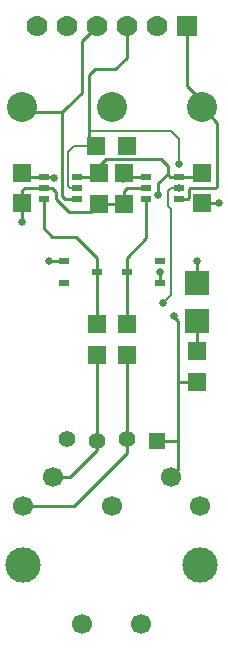
<source format=gbr>
G04 #@! TF.FileFunction,Copper,L1,Top,Signal*
%FSLAX46Y46*%
G04 Gerber Fmt 4.6, Leading zero omitted, Abs format (unit mm)*
G04 Created by KiCad (PCBNEW 4.0.6) date Tue Oct 10 10:25:47 2017*
%MOMM*%
%LPD*%
G01*
G04 APERTURE LIST*
%ADD10C,0.100000*%
%ADD11R,2.000000X2.000000*%
%ADD12R,1.600000X1.500000*%
%ADD13R,1.500000X1.600000*%
%ADD14C,2.540000*%
%ADD15C,1.700000*%
%ADD16C,3.000000*%
%ADD17C,1.397000*%
%ADD18R,1.397000X1.397000*%
%ADD19R,0.900000X0.600000*%
%ADD20R,1.701800X1.701800*%
%ADD21C,1.778000*%
%ADD22C,0.635000*%
%ADD23C,0.250000*%
%ADD24C,0.152400*%
G04 APERTURE END LIST*
D10*
D11*
X133477000Y-97485000D03*
X133477000Y-94285000D03*
D12*
X127538000Y-82677000D03*
X124938000Y-82677000D03*
D13*
X133477000Y-102646000D03*
X133477000Y-100046000D03*
X127508000Y-97760000D03*
X127508000Y-100360000D03*
X124968000Y-97760000D03*
X124968000Y-100360000D03*
D14*
X133858000Y-79375000D03*
X118618000Y-79375000D03*
X126238000Y-79375000D03*
D13*
X133921500Y-84933000D03*
X133921500Y-87533000D03*
D15*
X133738000Y-113190000D03*
X126238000Y-113190000D03*
X118738000Y-113190000D03*
X131238000Y-110690000D03*
X121238000Y-110690000D03*
X128738000Y-123190000D03*
X123738000Y-123190000D03*
D16*
X133738000Y-118190000D03*
X118738000Y-118190000D03*
D17*
X127508000Y-107508040D03*
X124968000Y-107629960D03*
D18*
X130048000Y-107629960D03*
D17*
X122428000Y-107508040D03*
D13*
X127317500Y-84996500D03*
X127317500Y-87596500D03*
D19*
X127505000Y-93345000D03*
X130305000Y-92395000D03*
X130305000Y-94295000D03*
X122171000Y-92395000D03*
X122171000Y-94295000D03*
X124971000Y-93345000D03*
D20*
X132588000Y-72517000D03*
D21*
X130048000Y-72517000D03*
X127508000Y-72517000D03*
X124968000Y-72517000D03*
X122428000Y-72517000D03*
X119888000Y-72517000D03*
D19*
X131956000Y-87183000D03*
X129156000Y-86233000D03*
X131956000Y-85283000D03*
X129156000Y-87183000D03*
X129156000Y-85283000D03*
X131956000Y-86233000D03*
X123320000Y-87183000D03*
X120520000Y-86233000D03*
X123320000Y-85283000D03*
X120520000Y-87183000D03*
X120520000Y-85283000D03*
X123320000Y-86233000D03*
D13*
X125158500Y-84996500D03*
X125158500Y-87596500D03*
X118681500Y-84933000D03*
X118681500Y-87533000D03*
D22*
X127190500Y-85471000D03*
X121348500Y-85407500D03*
X127538000Y-82677000D03*
X130302000Y-93345000D03*
X118681500Y-89090500D03*
X135318500Y-87503000D03*
X120967500Y-92392500D03*
X133477000Y-92456000D03*
X130175000Y-86868000D03*
X131508500Y-97091500D03*
X131956000Y-86233000D03*
X130619500Y-95948500D03*
X131956000Y-84204000D03*
D23*
X127190500Y-85471000D02*
X127317500Y-85344000D01*
X127317500Y-85344000D02*
X127317500Y-84996500D01*
X121224000Y-85283000D02*
X120520000Y-85283000D01*
X121348500Y-85407500D02*
X121224000Y-85283000D01*
X127476250Y-82615250D02*
X127538000Y-82677000D01*
X127538000Y-84776000D02*
X127317500Y-84996500D01*
X129156000Y-85283000D02*
X127604000Y-85283000D01*
X127604000Y-85283000D02*
X127317500Y-84996500D01*
X120520000Y-85283000D02*
X119031500Y-85283000D01*
X119031500Y-85283000D02*
X118681500Y-84933000D01*
X130305000Y-94295000D02*
X130305000Y-93348000D01*
X130305000Y-93348000D02*
X130302000Y-93345000D01*
X120520000Y-86233000D02*
X121158000Y-86233000D01*
X122618500Y-88265000D02*
X124490000Y-88265000D01*
X121539000Y-87185500D02*
X122618500Y-88265000D01*
X121539000Y-86614000D02*
X121539000Y-87185500D01*
X121158000Y-86233000D02*
X121539000Y-86614000D01*
X124490000Y-88265000D02*
X125158500Y-87596500D01*
X118681500Y-87533000D02*
X118681500Y-89090500D01*
X133921500Y-87533000D02*
X135288500Y-87533000D01*
X135288500Y-87533000D02*
X135318500Y-87503000D01*
X120520000Y-86233000D02*
X118872000Y-86233000D01*
X118681500Y-86423500D02*
X118681500Y-87533000D01*
X118872000Y-86233000D02*
X118681500Y-86423500D01*
X129156000Y-86233000D02*
X127571500Y-86233000D01*
X127317500Y-86487000D02*
X127317500Y-87596500D01*
X127571500Y-86233000D02*
X127317500Y-86487000D01*
X125158500Y-87596500D02*
X127317500Y-87596500D01*
X122171000Y-92395000D02*
X120970000Y-92395000D01*
X120970000Y-92395000D02*
X120967500Y-92392500D01*
X133477000Y-94285000D02*
X133477000Y-92456000D01*
X131956000Y-85283000D02*
X131193500Y-85283000D01*
X130968750Y-85058250D02*
X131000500Y-85058250D01*
X131193500Y-85283000D02*
X130968750Y-85058250D01*
X130175000Y-85915500D02*
X130175000Y-85852000D01*
X130175000Y-85852000D02*
X131000500Y-85026500D01*
X130175000Y-86868000D02*
X130175000Y-85915500D01*
X131000500Y-85058250D02*
X131000500Y-85026500D01*
X125730000Y-83820000D02*
X130429000Y-83820000D01*
X131000500Y-84391500D02*
X131000500Y-85058250D01*
X125158500Y-84391500D02*
X125730000Y-83820000D01*
X130429000Y-83820000D02*
X131000500Y-84391500D01*
X125158500Y-84996500D02*
X125158500Y-84391500D01*
X131956000Y-85283000D02*
X133571500Y-85283000D01*
X133571500Y-85283000D02*
X133921500Y-84933000D01*
X123320000Y-85283000D02*
X124872000Y-85283000D01*
X124872000Y-85283000D02*
X125158500Y-84996500D01*
X133477000Y-102646000D02*
X131826000Y-102646000D01*
X131826000Y-102646000D02*
X131826000Y-102743000D01*
X130048000Y-107629960D02*
X131826000Y-107629960D01*
X131826000Y-107629960D02*
X131826000Y-107569000D01*
X131826000Y-104775000D02*
X131826000Y-102743000D01*
X131826000Y-102743000D02*
X131826000Y-97536000D01*
X131572000Y-97282000D02*
X131826000Y-97536000D01*
X131572000Y-97155000D02*
X131572000Y-97282000D01*
X131572000Y-97155000D02*
X131508500Y-97091500D01*
X131826000Y-105283000D02*
X131826000Y-104775000D01*
X131826000Y-107569000D02*
X131826000Y-105283000D01*
X131826000Y-110102000D02*
X131826000Y-107569000D01*
X131826000Y-110102000D02*
X131238000Y-110690000D01*
X133477000Y-97485000D02*
X133477000Y-100046000D01*
X131956000Y-87183000D02*
X132717500Y-87183000D01*
X135191500Y-80708500D02*
X133858000Y-79375000D01*
X135191500Y-86106000D02*
X135191500Y-80708500D01*
X135064500Y-86233000D02*
X135191500Y-86106000D01*
X132905500Y-86233000D02*
X135064500Y-86233000D01*
X132778500Y-86360000D02*
X132905500Y-86233000D01*
X132778500Y-87122000D02*
X132778500Y-86360000D01*
X132717500Y-87183000D02*
X132778500Y-87122000D01*
X133858000Y-79375000D02*
X133858000Y-78867000D01*
X133858000Y-78867000D02*
X132588000Y-77597000D01*
X132588000Y-77597000D02*
X132588000Y-72517000D01*
X122047000Y-79819500D02*
X119062500Y-79819500D01*
X119062500Y-79819500D02*
X118618000Y-79375000D01*
X123320000Y-87183000D02*
X122298500Y-87183000D01*
X122047000Y-79819500D02*
X122491500Y-79375000D01*
X122047000Y-86931500D02*
X122047000Y-79819500D01*
X122298500Y-87183000D02*
X122047000Y-86931500D01*
X123698000Y-73787000D02*
X124968000Y-72517000D01*
X123698000Y-78168500D02*
X123698000Y-73787000D01*
X122491500Y-79375000D02*
X123698000Y-78168500D01*
X118618000Y-79375000D02*
X118618000Y-78867000D01*
X127508000Y-107508040D02*
X127508000Y-100360000D01*
X118738000Y-113190000D02*
X123030000Y-113190000D01*
X127508000Y-108712000D02*
X127508000Y-107508040D01*
X123030000Y-113190000D02*
X127508000Y-108712000D01*
X118832000Y-113284000D02*
X118738000Y-113190000D01*
X127127000Y-100741000D02*
X127508000Y-100360000D01*
X124968000Y-100360000D02*
X124968000Y-107629960D01*
X121238000Y-110690000D02*
X122736000Y-110690000D01*
X122736000Y-110690000D02*
X124968000Y-108458000D01*
X124968000Y-108458000D02*
X124968000Y-107629960D01*
X121238000Y-110690000D02*
X120469000Y-110690000D01*
X125349000Y-100741000D02*
X124968000Y-100360000D01*
D24*
X131956000Y-86233000D02*
X131254500Y-86233000D01*
X131254500Y-95313500D02*
X130619500Y-95948500D01*
X131254500Y-88011000D02*
X131254500Y-95313500D01*
X131000500Y-87757000D02*
X131254500Y-88011000D01*
X131000500Y-86487000D02*
X131000500Y-87757000D01*
X131254500Y-86233000D02*
X131000500Y-86487000D01*
X124523500Y-81407000D02*
X124333000Y-81597500D01*
X124396500Y-81470500D02*
X124333000Y-81470500D01*
X124333000Y-81534000D02*
X124396500Y-81470500D01*
X124333000Y-81597500D02*
X124333000Y-81534000D01*
X131956000Y-82743500D02*
X131956000Y-82108500D01*
X131956000Y-84204000D02*
X131956000Y-82743500D01*
X124523500Y-81407000D02*
X124333000Y-81216500D01*
X131254500Y-81407000D02*
X124523500Y-81407000D01*
X131956000Y-82108500D02*
X131254500Y-81407000D01*
X131956000Y-84204000D02*
X131953000Y-84201000D01*
X123320000Y-86233000D02*
X122682000Y-86233000D01*
X123063000Y-82677000D02*
X124938000Y-82677000D01*
X122555000Y-83185000D02*
X123063000Y-82677000D01*
X122555000Y-86106000D02*
X122555000Y-83185000D01*
X122682000Y-86233000D02*
X122555000Y-86106000D01*
X124333000Y-81724500D02*
X124333000Y-82072000D01*
X124333000Y-82072000D02*
X124938000Y-82677000D01*
D23*
X127508000Y-72517000D02*
X127508000Y-75247500D01*
X127508000Y-75247500D02*
X126555500Y-76200000D01*
X126555500Y-76200000D02*
X124841000Y-76200000D01*
X124841000Y-76200000D02*
X124333000Y-76708000D01*
X124333000Y-76708000D02*
X124333000Y-81216500D01*
X124333000Y-81216500D02*
X124333000Y-81470500D01*
X124333000Y-81470500D02*
X124333000Y-81724500D01*
X124333000Y-81724500D02*
X124333000Y-82199000D01*
X124333000Y-82199000D02*
X124938000Y-82804000D01*
X127505000Y-93345000D02*
X127505000Y-92141500D01*
X129156000Y-90490500D02*
X129156000Y-87183000D01*
X127505000Y-92141500D02*
X129156000Y-90490500D01*
X127508000Y-97760000D02*
X127508000Y-93348000D01*
X127508000Y-93348000D02*
X127505000Y-93345000D01*
X124971000Y-93345000D02*
X124971000Y-92141500D01*
X120520000Y-89659000D02*
X120520000Y-87183000D01*
X121221500Y-90360500D02*
X120520000Y-89659000D01*
X123190000Y-90360500D02*
X121221500Y-90360500D01*
X124971000Y-92141500D02*
X123190000Y-90360500D01*
X124968000Y-97760000D02*
X124968000Y-93348000D01*
X124968000Y-93348000D02*
X124971000Y-93345000D01*
M02*

</source>
